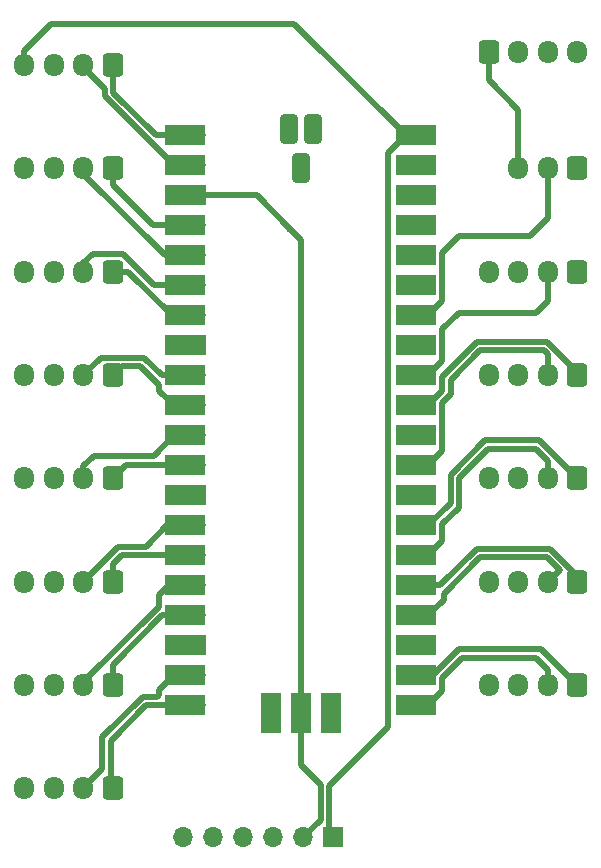
<source format=gbr>
%TF.GenerationSoftware,KiCad,Pcbnew,8.0.4*%
%TF.CreationDate,2024-08-04T12:08:38+08:00*%
%TF.ProjectId,pi_pico_shield,70695f70-6963-46f5-9f73-6869656c642e,rev?*%
%TF.SameCoordinates,Original*%
%TF.FileFunction,Copper,L1,Top*%
%TF.FilePolarity,Positive*%
%FSLAX46Y46*%
G04 Gerber Fmt 4.6, Leading zero omitted, Abs format (unit mm)*
G04 Created by KiCad (PCBNEW 8.0.4) date 2024-08-04 12:08:38*
%MOMM*%
%LPD*%
G01*
G04 APERTURE LIST*
G04 Aperture macros list*
%AMRoundRect*
0 Rectangle with rounded corners*
0 $1 Rounding radius*
0 $2 $3 $4 $5 $6 $7 $8 $9 X,Y pos of 4 corners*
0 Add a 4 corners polygon primitive as box body*
4,1,4,$2,$3,$4,$5,$6,$7,$8,$9,$2,$3,0*
0 Add four circle primitives for the rounded corners*
1,1,$1+$1,$2,$3*
1,1,$1+$1,$4,$5*
1,1,$1+$1,$6,$7*
1,1,$1+$1,$8,$9*
0 Add four rect primitives between the rounded corners*
20,1,$1+$1,$2,$3,$4,$5,0*
20,1,$1+$1,$4,$5,$6,$7,0*
20,1,$1+$1,$6,$7,$8,$9,0*
20,1,$1+$1,$8,$9,$2,$3,0*%
G04 Aperture macros list end*
%TA.AperFunction,ComponentPad*%
%ADD10RoundRect,0.250000X0.600000X0.725000X-0.600000X0.725000X-0.600000X-0.725000X0.600000X-0.725000X0*%
%TD*%
%TA.AperFunction,ComponentPad*%
%ADD11O,1.700000X1.950000*%
%TD*%
%TA.AperFunction,ComponentPad*%
%ADD12RoundRect,0.250000X-0.600000X-0.725000X0.600000X-0.725000X0.600000X0.725000X-0.600000X0.725000X0*%
%TD*%
%TA.AperFunction,ComponentPad*%
%ADD13R,1.700000X1.700000*%
%TD*%
%TA.AperFunction,ComponentPad*%
%ADD14O,1.700000X1.700000*%
%TD*%
%TA.AperFunction,SMDPad,CuDef*%
%ADD15R,3.500000X1.700000*%
%TD*%
%TA.AperFunction,SMDPad,CuDef*%
%ADD16R,1.700000X3.500000*%
%TD*%
%TA.AperFunction,ComponentPad*%
%ADD17RoundRect,0.300000X-0.450000X-0.950000X0.450000X-0.950000X0.450000X0.950000X-0.450000X0.950000X0*%
%TD*%
%TA.AperFunction,ViaPad*%
%ADD18C,0.600000*%
%TD*%
%TA.AperFunction,Conductor*%
%ADD19C,0.500000*%
%TD*%
G04 APERTURE END LIST*
D10*
%TO.P,BT-7,1,Pin_1*%
%TO.N,BT-7_LED*%
X67514500Y-78502300D03*
D11*
%TO.P,BT-7,2,Pin_2*%
%TO.N,BT-7_SW*%
X65014500Y-78502300D03*
%TO.P,BT-7,3,Pin_3*%
%TO.N,GND*%
X62514500Y-78502300D03*
%TO.P,BT-7,4,Pin_4*%
X60014500Y-78502300D03*
%TD*%
D12*
%TO.P,USB,1,Pin_1*%
%TO.N,+5V*%
X60014500Y-24952000D03*
D11*
%TO.P,USB,2,Pin_2*%
%TO.N,D-*%
X62514500Y-24952000D03*
%TO.P,USB,3,Pin_3*%
%TO.N,D+*%
X65014500Y-24952000D03*
%TO.P,USB,4,Pin_4*%
%TO.N,U_GND*%
X67514500Y-24952000D03*
%TD*%
D10*
%TO.P,LED1,1,Pin_1*%
%TO.N,GND*%
X67514500Y-34752310D03*
D11*
%TO.P,LED1,2,Pin_2*%
%TO.N,LED-WS2812B*%
X65014500Y-34752310D03*
%TO.P,LED1,3,Pin_3*%
%TO.N,+5V*%
X62514500Y-34752310D03*
%TD*%
D10*
%TO.P,BT-9,1,Pin_1*%
%TO.N,BT-9_LED*%
X67514500Y-61002300D03*
D11*
%TO.P,BT-9,2,Pin_2*%
%TO.N,BT-9_SW*%
X65014500Y-61002300D03*
%TO.P,BT-9,3,Pin_3*%
%TO.N,GND*%
X62514500Y-61002300D03*
%TO.P,BT-9,4,Pin_4*%
X60014500Y-61002300D03*
%TD*%
D13*
%TO.P,DEBUG,1,Pin_1*%
%TO.N,+5V*%
X46840000Y-91400000D03*
D14*
%TO.P,DEBUG,2,Pin_2*%
%TO.N,GND*%
X44300000Y-91400000D03*
%TO.P,DEBUG,3,Pin_3*%
%TO.N,SWDIO*%
X41760000Y-91400000D03*
%TO.P,DEBUG,4,Pin_4*%
%TO.N,SWCLK*%
X39220000Y-91400000D03*
%TO.P,DEBUG,5,Pin_5*%
%TO.N,AXIS-X_A*%
X36680000Y-91400000D03*
%TO.P,DEBUG,6,Pin_6*%
%TO.N,AXIS-X_B*%
X34140000Y-91400000D03*
%TD*%
D10*
%TO.P,BT-5,1,Pin_1*%
%TO.N,BT-5_LED*%
X28205500Y-78503250D03*
D11*
%TO.P,BT-5,2,Pin_2*%
%TO.N,BT-5_SW*%
X25705500Y-78503250D03*
%TO.P,BT-5,3,Pin_3*%
%TO.N,GND*%
X23205500Y-78503250D03*
%TO.P,BT-5,4,Pin_4*%
X20705500Y-78503250D03*
%TD*%
D10*
%TO.P,BT-1,1,Pin_1*%
%TO.N,BT-1_LED*%
X28205500Y-43503350D03*
D11*
%TO.P,BT-1,2,Pin_2*%
%TO.N,BT-1_SW*%
X25705500Y-43503350D03*
%TO.P,BT-1,3,Pin_3*%
%TO.N,GND*%
X23205500Y-43503350D03*
%TO.P,BT-1,4,Pin_4*%
X20705500Y-43503350D03*
%TD*%
D10*
%TO.P,BT-10,1,Pin_1*%
%TO.N,BT-10_LED*%
X67514500Y-52252300D03*
D11*
%TO.P,BT-10,2,Pin_2*%
%TO.N,BT-10_SW*%
X65014500Y-52252300D03*
%TO.P,BT-10,3,Pin_3*%
%TO.N,GND*%
X62514500Y-52252300D03*
%TO.P,BT-10,4,Pin_4*%
X60014500Y-52252300D03*
%TD*%
D10*
%TO.P,AXIS-X,1,Pin_1*%
%TO.N,AXIS-X_A*%
X28205500Y-26003300D03*
D11*
%TO.P,AXIS-X,2,Pin_2*%
%TO.N,AXIS-X_B*%
X25705500Y-26003300D03*
%TO.P,AXIS-X,3,Pin_3*%
%TO.N,GND*%
X23205500Y-26003300D03*
%TO.P,AXIS-X,4,Pin_4*%
%TO.N,+5V*%
X20705500Y-26003300D03*
%TD*%
D10*
%TO.P,BT-4,1,Pin_1*%
%TO.N,BT-4_LED*%
X28205500Y-69753250D03*
D11*
%TO.P,BT-4,2,Pin_2*%
%TO.N,BT-4_SW*%
X25705500Y-69753250D03*
%TO.P,BT-4,3,Pin_3*%
%TO.N,GND*%
X23205500Y-69753250D03*
%TO.P,BT-4,4,Pin_4*%
X20705500Y-69753250D03*
%TD*%
D10*
%TO.P,BT-6,1,Pin_1*%
%TO.N,BT-6_LED*%
X28205500Y-87253350D03*
D11*
%TO.P,BT-6,2,Pin_2*%
%TO.N,BT-6_SW*%
X25705500Y-87253350D03*
%TO.P,BT-6,3,Pin_3*%
%TO.N,GND*%
X23205500Y-87253350D03*
%TO.P,BT-6,4,Pin_4*%
X20705500Y-87253350D03*
%TD*%
D10*
%TO.P,AXIS-Y,1,Pin_1*%
%TO.N,AXIS-Y_A*%
X28205500Y-34753300D03*
D11*
%TO.P,AXIS-Y,2,Pin_2*%
%TO.N,AXIS-Y_B*%
X25705500Y-34753300D03*
%TO.P,AXIS-Y,3,Pin_3*%
%TO.N,GND*%
X23205500Y-34753300D03*
%TO.P,AXIS-Y,4,Pin_4*%
%TO.N,+5V*%
X20705500Y-34753300D03*
%TD*%
D10*
%TO.P,BT-2,1,Pin_1*%
%TO.N,BT-2_LED*%
X28205500Y-52253120D03*
D11*
%TO.P,BT-2,2,Pin_2*%
%TO.N,BT-2_SW*%
X25705500Y-52253120D03*
%TO.P,BT-2,3,Pin_3*%
%TO.N,GND*%
X23205500Y-52253120D03*
%TO.P,BT-2,4,Pin_4*%
X20705500Y-52253120D03*
%TD*%
D14*
%TO.P,U1,1,GPIO0*%
%TO.N,AXIS-X_A*%
X35220000Y-31980000D03*
D15*
X34320000Y-31980000D03*
D14*
%TO.P,U1,2,GPIO1*%
%TO.N,AXIS-X_B*%
X35220000Y-34520000D03*
D15*
X34320000Y-34520000D03*
D13*
%TO.P,U1,3,GND*%
%TO.N,GND*%
X35220000Y-37060000D03*
D15*
X34320000Y-37060000D03*
D14*
%TO.P,U1,4,GPIO2*%
%TO.N,AXIS-Y_A*%
X35220000Y-39600000D03*
D15*
X34320000Y-39600000D03*
D14*
%TO.P,U1,5,GPIO3*%
%TO.N,AXIS-Y_B*%
X35220000Y-42140000D03*
D15*
X34320000Y-42140000D03*
D14*
%TO.P,U1,6,GPIO4*%
%TO.N,BT-1_SW*%
X35220000Y-44680000D03*
D15*
X34320000Y-44680000D03*
D14*
%TO.P,U1,7,GPIO5*%
%TO.N,BT-1_LED*%
X35220000Y-47220000D03*
D15*
X34320000Y-47220000D03*
D13*
%TO.P,U1,8,GND*%
%TO.N,unconnected-(U1-GND-Pad8)*%
X35220000Y-49760000D03*
D15*
X34320000Y-49760000D03*
D14*
%TO.P,U1,9,GPIO6*%
%TO.N,BT-2_SW*%
X35220000Y-52300000D03*
D15*
X34320000Y-52300000D03*
D14*
%TO.P,U1,10,GPIO7*%
%TO.N,BT-2_LED*%
X35220000Y-54840000D03*
D15*
X34320000Y-54840000D03*
D14*
%TO.P,U1,11,GPIO8*%
%TO.N,BT-3_SW*%
X35220000Y-57380000D03*
D15*
X34320000Y-57380000D03*
D14*
%TO.P,U1,12,GPIO9*%
%TO.N,BT-3_LED*%
X35220000Y-59920000D03*
D15*
X34320000Y-59920000D03*
D13*
%TO.P,U1,13,GND*%
%TO.N,unconnected-(U1-GND-Pad13)*%
X35220000Y-62460000D03*
D15*
X34320000Y-62460000D03*
D14*
%TO.P,U1,14,GPIO10*%
%TO.N,BT-4_SW*%
X35220000Y-65000000D03*
D15*
X34320000Y-65000000D03*
D14*
%TO.P,U1,15,GPIO11*%
%TO.N,BT-4_LED*%
X35220000Y-67540000D03*
D15*
X34320000Y-67540000D03*
D14*
%TO.P,U1,16,GPIO12*%
%TO.N,BT-5_SW*%
X35220000Y-70080000D03*
D15*
X34320000Y-70080000D03*
D14*
%TO.P,U1,17,GPIO13*%
%TO.N,BT-5_LED*%
X35220000Y-72620000D03*
D15*
X34320000Y-72620000D03*
D13*
%TO.P,U1,18,GND*%
%TO.N,unconnected-(U1-GND-Pad18)*%
X35220000Y-75160000D03*
D15*
X34320000Y-75160000D03*
D14*
%TO.P,U1,19,GPIO14*%
%TO.N,BT-6_SW*%
X35220000Y-77700000D03*
D15*
X34320000Y-77700000D03*
D14*
%TO.P,U1,20,GPIO15*%
%TO.N,BT-6_LED*%
X35220000Y-80240000D03*
D15*
X34320000Y-80240000D03*
D14*
%TO.P,U1,21,GPIO16*%
%TO.N,BT-7_SW*%
X53000000Y-80240000D03*
D15*
X53900000Y-80240000D03*
D14*
%TO.P,U1,22,GPIO17*%
%TO.N,BT-7_LED*%
X53000000Y-77700000D03*
D15*
X53900000Y-77700000D03*
D13*
%TO.P,U1,23,GND*%
%TO.N,unconnected-(U1-GND-Pad23)*%
X53000000Y-75160000D03*
D15*
X53900000Y-75160000D03*
D14*
%TO.P,U1,24,GPIO18*%
%TO.N,BT-8_SW*%
X53000000Y-72620000D03*
D15*
X53900000Y-72620000D03*
D14*
%TO.P,U1,25,GPIO19*%
%TO.N,BT-8_LED*%
X53000000Y-70080000D03*
D15*
X53900000Y-70080000D03*
D14*
%TO.P,U1,26,GPIO20*%
%TO.N,BT-9_SW*%
X53000000Y-67540000D03*
D15*
X53900000Y-67540000D03*
D14*
%TO.P,U1,27,GPIO21*%
%TO.N,BT-9_LED*%
X53000000Y-65000000D03*
D15*
X53900000Y-65000000D03*
D13*
%TO.P,U1,28,GND*%
%TO.N,unconnected-(U1-GND-Pad28)*%
X53000000Y-62460000D03*
D15*
X53900000Y-62460000D03*
D14*
%TO.P,U1,29,GPIO22*%
%TO.N,BT-10_SW*%
X53000000Y-59920000D03*
D15*
X53900000Y-59920000D03*
D14*
%TO.P,U1,30,RUN*%
%TO.N,unconnected-(U1-RUN-Pad30)*%
X53000000Y-57380000D03*
D15*
X53900000Y-57380000D03*
D14*
%TO.P,U1,31,GPIO26_ADC0*%
%TO.N,BT-10_LED*%
X53000000Y-54840000D03*
D15*
X53900000Y-54840000D03*
D14*
%TO.P,U1,32,GPIO27_ADC1*%
%TO.N,BT-11_SW*%
X53000000Y-52300000D03*
D15*
X53900000Y-52300000D03*
D13*
%TO.P,U1,33,AGND*%
%TO.N,unconnected-(U1-AGND-Pad33)*%
X53000000Y-49760000D03*
D15*
X53900000Y-49760000D03*
D14*
%TO.P,U1,34,GPIO28_ADC2*%
%TO.N,LED-WS2812B*%
X53000000Y-47220000D03*
D15*
X53900000Y-47220000D03*
D14*
%TO.P,U1,35,ADC_VREF*%
%TO.N,unconnected-(U1-ADC_VREF-Pad35)*%
X53000000Y-44680000D03*
D15*
X53900000Y-44680000D03*
D14*
%TO.P,U1,36,3V3*%
%TO.N,unconnected-(U1-3V3-Pad36)*%
X53000000Y-42140000D03*
D15*
X53900000Y-42140000D03*
D14*
%TO.P,U1,37,3V3_EN*%
%TO.N,unconnected-(U1-3V3_EN-Pad37)*%
X53000000Y-39600000D03*
D15*
X53900000Y-39600000D03*
D13*
%TO.P,U1,38,GND*%
%TO.N,GND*%
X53000000Y-37060000D03*
D15*
X53900000Y-37060000D03*
D14*
%TO.P,U1,39,VSYS*%
%TO.N,unconnected-(U1-VSYS-Pad39)*%
X53000000Y-34520000D03*
D15*
X53900000Y-34520000D03*
D14*
%TO.P,U1,40,VBUS*%
%TO.N,+5V*%
X53000000Y-31980000D03*
D15*
X53900000Y-31980000D03*
D14*
%TO.P,U1,41,SWCLK*%
%TO.N,SWCLK*%
X41570000Y-80010000D03*
D16*
X41570000Y-80910000D03*
D13*
%TO.P,U1,42,GND*%
%TO.N,GND*%
X44110000Y-80010000D03*
D16*
X44110000Y-80910000D03*
D14*
%TO.P,U1,43,SWDIO*%
%TO.N,SWDIO*%
X46650000Y-80010000D03*
D16*
X46650000Y-80910000D03*
D17*
%TO.P,U1,TP1,TP1*%
%TO.N,U_GND*%
X44110000Y-34740000D03*
%TO.P,U1,TP2,TP2*%
%TO.N,D-*%
X45110000Y-31460000D03*
%TO.P,U1,TP3,TP3*%
%TO.N,D+*%
X43110000Y-31440000D03*
%TD*%
D10*
%TO.P,BT-3,1,Pin_1*%
%TO.N,BT-3_LED*%
X28205500Y-61003350D03*
D11*
%TO.P,BT-3,2,Pin_2*%
%TO.N,BT-3_SW*%
X25705500Y-61003350D03*
%TO.P,BT-3,3,Pin_3*%
%TO.N,GND*%
X23205500Y-61003350D03*
%TO.P,BT-3,4,Pin_4*%
X20705500Y-61003350D03*
%TD*%
D10*
%TO.P,BT-8,1,Pin_1*%
%TO.N,BT-8_LED*%
X67514500Y-69752300D03*
D11*
%TO.P,BT-8,2,Pin_2*%
%TO.N,BT-8_SW*%
X65014500Y-69752300D03*
%TO.P,BT-8,3,Pin_3*%
%TO.N,GND*%
X62514500Y-69752300D03*
%TO.P,BT-8,4,Pin_4*%
X60014500Y-69752300D03*
%TD*%
D10*
%TO.P,BT-11,1,Pin_1*%
%TO.N,unconnected-(J11-Pin_1-Pad1)*%
X67514500Y-43502300D03*
D11*
%TO.P,BT-11,2,Pin_2*%
%TO.N,BT-11_SW*%
X65014500Y-43502300D03*
%TO.P,BT-11,3,Pin_3*%
%TO.N,GND*%
X62514500Y-43502300D03*
%TO.P,BT-11,4,Pin_4*%
X60014500Y-43502300D03*
%TD*%
D18*
%TO.N,GND*%
X43200000Y-39900000D03*
%TD*%
D19*
%TO.N,BT-5_SW*%
X25705500Y-78294500D02*
X25705500Y-78503250D01*
X32120000Y-70880000D02*
X32120000Y-71880000D01*
X32920000Y-70080000D02*
X32120000Y-70880000D01*
X32120000Y-71880000D02*
X25705500Y-78294500D01*
X35220000Y-70080000D02*
X32920000Y-70080000D01*
%TO.N,BT-5_LED*%
X28205500Y-76794500D02*
X28205500Y-78503250D01*
X32380000Y-72620000D02*
X28205500Y-76794500D01*
X35220000Y-72620000D02*
X32380000Y-72620000D01*
%TO.N,BT-1_LED*%
X33220000Y-47220000D02*
X29503350Y-43503350D01*
X29503350Y-43503350D02*
X28205500Y-43503350D01*
X35220000Y-47220000D02*
X33220000Y-47220000D01*
%TO.N,BT-1_SW*%
X29024028Y-42000000D02*
X31704028Y-44680000D01*
X26500000Y-42000000D02*
X29024028Y-42000000D01*
X25705500Y-43503350D02*
X25705500Y-42794500D01*
X25705500Y-42794500D02*
X26500000Y-42000000D01*
X31704028Y-44680000D02*
X35220000Y-44680000D01*
%TO.N,AXIS-Y_B*%
X25705500Y-35205500D02*
X25705500Y-34753300D01*
X32640000Y-42140000D02*
X25705500Y-35205500D01*
X35220000Y-42140000D02*
X32640000Y-42140000D01*
%TO.N,AXIS-X_B*%
X25705500Y-26205500D02*
X25705500Y-26003300D01*
X27505500Y-28005500D02*
X25705500Y-26205500D01*
X27505500Y-28665500D02*
X27505500Y-28005500D01*
X35220000Y-34520000D02*
X33360000Y-34520000D01*
X33360000Y-34520000D02*
X27505500Y-28665500D01*
%TO.N,BT-9_SW*%
X65014500Y-59511450D02*
X65014500Y-61002300D01*
X57500000Y-63500000D02*
X57500000Y-61000000D01*
X56100000Y-64900000D02*
X57500000Y-63500000D01*
X60000000Y-58500000D02*
X64003050Y-58500000D01*
X56100000Y-66300000D02*
X56100000Y-64900000D01*
X57500000Y-61000000D02*
X60000000Y-58500000D01*
X64003050Y-58500000D02*
X65014500Y-59511450D01*
X54860000Y-67540000D02*
X56100000Y-66300000D01*
X53000000Y-67540000D02*
X54860000Y-67540000D01*
%TO.N,BT-8_SW*%
X59289950Y-67700000D02*
X64960050Y-67700000D01*
X66013425Y-68753375D02*
X65014500Y-69752300D01*
X56209950Y-70780000D02*
X59289950Y-67700000D01*
X64960050Y-67700000D02*
X66013425Y-68753375D01*
X56209950Y-71270050D02*
X56209950Y-70780000D01*
X54860000Y-72620000D02*
X56209950Y-71270050D01*
X53000000Y-72620000D02*
X54860000Y-72620000D01*
%TO.N,BT-8_LED*%
X67514500Y-69264500D02*
X67514500Y-69752300D01*
X65250000Y-67000000D02*
X67514500Y-69264500D01*
X59000000Y-67000000D02*
X65250000Y-67000000D01*
X53000000Y-70080000D02*
X55920000Y-70080000D01*
X55920000Y-70080000D02*
X59000000Y-67000000D01*
%TO.N,BT-2_SW*%
X32340000Y-52300000D02*
X30840000Y-50800000D01*
X35220000Y-52300000D02*
X32340000Y-52300000D01*
X35173120Y-52253120D02*
X35220000Y-52300000D01*
X30840000Y-50800000D02*
X27158620Y-50800000D01*
X27158620Y-50800000D02*
X25705500Y-52253120D01*
%TO.N,BT-2_LED*%
X28958620Y-51500000D02*
X28205500Y-52253120D01*
X32120000Y-53600000D02*
X32120000Y-53120000D01*
X30500000Y-51500000D02*
X28958620Y-51500000D01*
X32120000Y-53120000D02*
X30500000Y-51500000D01*
X33360000Y-54840000D02*
X32120000Y-53600000D01*
X35220000Y-54840000D02*
X33360000Y-54840000D01*
%TO.N,BT-3_LED*%
X35220000Y-59920000D02*
X29288850Y-59920000D01*
X29288850Y-59920000D02*
X28205500Y-61003350D01*
%TO.N,BT-3_SW*%
X31660000Y-59080000D02*
X26600000Y-59080000D01*
X26600000Y-59080000D02*
X25705500Y-59974500D01*
X25705500Y-59974500D02*
X25705500Y-61003350D01*
X35220000Y-57380000D02*
X33360000Y-57380000D01*
X33360000Y-57380000D02*
X31660000Y-59080000D01*
%TO.N,BT-4_SW*%
X31000000Y-66800000D02*
X28658750Y-66800000D01*
X31000000Y-66800000D02*
X32800000Y-65000000D01*
X32800000Y-65000000D02*
X35220000Y-65000000D01*
X28658750Y-66800000D02*
X25705500Y-69753250D01*
%TO.N,BT-4_LED*%
X28948700Y-67500000D02*
X28205500Y-68243200D01*
X35220000Y-67540000D02*
X35180000Y-67500000D01*
X35180000Y-67500000D02*
X28948700Y-67500000D01*
X35090000Y-67410000D02*
X35220000Y-67540000D01*
X28205500Y-68243200D02*
X28205500Y-69753250D01*
%TO.N,BT-6_LED*%
X28000000Y-83240000D02*
X31000000Y-80240000D01*
X31000000Y-80240000D02*
X35220000Y-80240000D01*
X28000000Y-87047850D02*
X28000000Y-83240000D01*
X28205500Y-87253350D02*
X28000000Y-87047850D01*
%TO.N,BT-6_SW*%
X30710050Y-79540000D02*
X31960000Y-79540000D01*
X27300000Y-82950050D02*
X30710050Y-79540000D01*
X25705500Y-87253350D02*
X27300000Y-85658850D01*
X32120000Y-78940000D02*
X33360000Y-77700000D01*
X27300000Y-85658850D02*
X27300000Y-82950050D01*
X31960000Y-79540000D02*
X32120000Y-79380000D01*
X33360000Y-77700000D02*
X35220000Y-77700000D01*
X32120000Y-79380000D02*
X32120000Y-78940000D01*
%TO.N,+5V*%
X62514500Y-34752310D02*
X62514500Y-29814500D01*
X60014500Y-27314500D02*
X60014500Y-24952000D01*
X23000000Y-22500000D02*
X20705500Y-24794500D01*
X62514500Y-29814500D02*
X60014500Y-27314500D01*
X20705500Y-24794500D02*
X20705500Y-26003300D01*
X43520000Y-22500000D02*
X23000000Y-22500000D01*
X53000000Y-31980000D02*
X43520000Y-22500000D01*
%TO.N,BT-7_SW*%
X56100000Y-79000000D02*
X54860000Y-80240000D01*
X53110000Y-80350000D02*
X53000000Y-80240000D01*
X56100000Y-77889950D02*
X56100000Y-79000000D01*
X64000000Y-76200000D02*
X57789950Y-76200000D01*
X65014500Y-77214500D02*
X64000000Y-76200000D01*
X54860000Y-80240000D02*
X53000000Y-80240000D01*
X65014500Y-78502300D02*
X65014500Y-77214500D01*
X57789950Y-76200000D02*
X56100000Y-77889950D01*
%TO.N,BT-7_LED*%
X53000000Y-77700000D02*
X55300000Y-77700000D01*
X55300000Y-77700000D02*
X57500000Y-75500000D01*
X67467300Y-78502300D02*
X67514500Y-78502300D01*
X57500000Y-75500000D02*
X64465000Y-75500000D01*
X64465000Y-75500000D02*
X67467300Y-78502300D01*
%TO.N,BT-9_SW*%
X64997700Y-61002300D02*
X65014500Y-61002300D01*
%TO.N,BT-10_SW*%
X64690050Y-50180000D02*
X65014500Y-50504450D01*
X56800000Y-53889950D02*
X56800000Y-52700000D01*
X53000000Y-59920000D02*
X54860000Y-59920000D01*
X56100000Y-54589950D02*
X56800000Y-53889950D01*
X59320000Y-50180000D02*
X64690050Y-50180000D01*
X65014500Y-50504450D02*
X65014500Y-52252300D01*
X56100000Y-58680000D02*
X56100000Y-54589950D01*
X56800000Y-52700000D02*
X59320000Y-50180000D01*
X54860000Y-59920000D02*
X56100000Y-58680000D01*
%TO.N,BT-10_LED*%
X54860000Y-54840000D02*
X56100000Y-53600000D01*
X59020000Y-49480000D02*
X64980000Y-49480000D01*
X53000000Y-54840000D02*
X54860000Y-54840000D01*
X56100000Y-52400000D02*
X59020000Y-49480000D01*
X64980000Y-49480000D02*
X67514500Y-52014500D01*
X56100000Y-53600000D02*
X56100000Y-52400000D01*
X67514500Y-52014500D02*
X67514500Y-52252300D01*
%TO.N,BT-11_SW*%
X56100000Y-48400000D02*
X57500000Y-47000000D01*
X54860000Y-52300000D02*
X56100000Y-51060000D01*
X65014500Y-45985500D02*
X65014500Y-43502300D01*
X57500000Y-47000000D02*
X64000000Y-47000000D01*
X53000000Y-52300000D02*
X54860000Y-52300000D01*
X56100000Y-51060000D02*
X56100000Y-48400000D01*
X64000000Y-47000000D02*
X65014500Y-45985500D01*
%TO.N,AXIS-Y_A*%
X28205500Y-36205500D02*
X28205500Y-34753300D01*
X31600000Y-39600000D02*
X28205500Y-36205500D01*
X35220000Y-39600000D02*
X31600000Y-39600000D01*
%TO.N,GND*%
X44300000Y-91400000D02*
X45800000Y-89900000D01*
X44110000Y-85270051D02*
X44110000Y-80010000D01*
X43200000Y-39900000D02*
X44110000Y-40810000D01*
X40360000Y-37060000D02*
X35220000Y-37060000D01*
X44110000Y-40810000D02*
X44110000Y-80010000D01*
X44250000Y-80150000D02*
X44110000Y-80010000D01*
X45800000Y-86960051D02*
X44110000Y-85270051D01*
X43200000Y-39900000D02*
X40360000Y-37060000D01*
X45800000Y-89900000D02*
X45800000Y-86960051D01*
%TO.N,LED-WS2812B*%
X57500000Y-40500000D02*
X63500000Y-40500000D01*
X56100000Y-41900000D02*
X57500000Y-40500000D01*
X56100000Y-45980000D02*
X56100000Y-41900000D01*
X54860000Y-47220000D02*
X56100000Y-45980000D01*
X65014500Y-38985500D02*
X65014500Y-34752310D01*
X53000000Y-47220000D02*
X54860000Y-47220000D01*
X63500000Y-40500000D02*
X65014500Y-38985500D01*
%TO.N,BT-9_LED*%
X59700000Y-57800000D02*
X64312200Y-57800000D01*
X56800000Y-60700000D02*
X59700000Y-57800000D01*
X64312200Y-57800000D02*
X67514500Y-61002300D01*
X54860000Y-65000000D02*
X56800000Y-63060000D01*
X53000000Y-65000000D02*
X54860000Y-65000000D01*
X56800000Y-63060000D02*
X56800000Y-60700000D01*
%TO.N,AXIS-X_A*%
X28205500Y-28375550D02*
X28205500Y-26003300D01*
X35220000Y-31980000D02*
X31809950Y-31980000D01*
X31809950Y-31980000D02*
X28205500Y-28375550D01*
%TO.N,+5V*%
X51500000Y-33480000D02*
X53000000Y-31980000D01*
X46500000Y-87062500D02*
X51500000Y-82062500D01*
X46500000Y-91060000D02*
X46500000Y-87062500D01*
X46840000Y-91400000D02*
X46500000Y-91060000D01*
X51500000Y-82062500D02*
X51500000Y-33480000D01*
%TD*%
M02*

</source>
